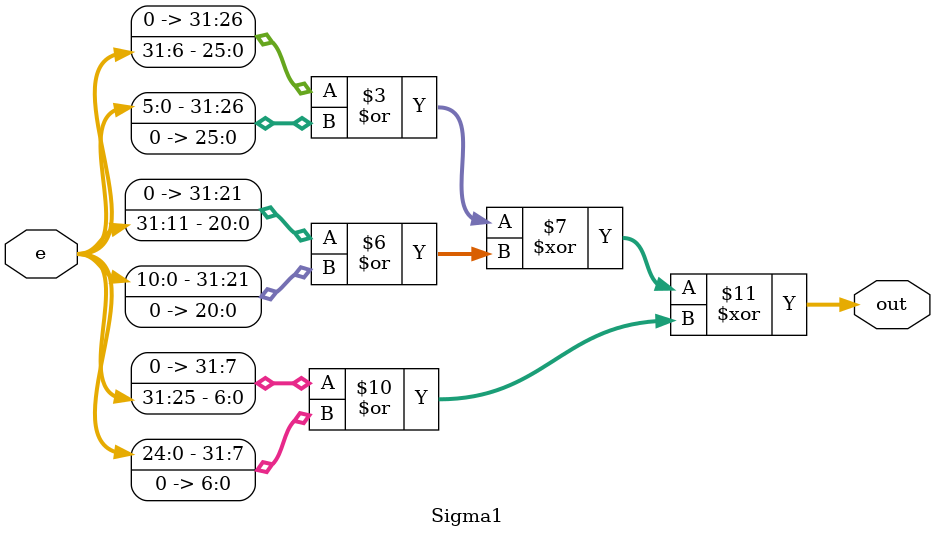
<source format=v>
module Sigma1 (
    input  wire [31:0] e,   // Đầu vào 32-bit
    output wire [31:0] out  // Đầu ra 32-bit
);

    // Tính toán \Sigma_1
    assign out = (e >> 6 | e << (26)) ^  // rightrotate 6
                 (e >> 11 | e << (21)) ^ // rightrotate 11
                 (e >> 25 | e << (7));  // rightrotate 25

endmodule
</source>
